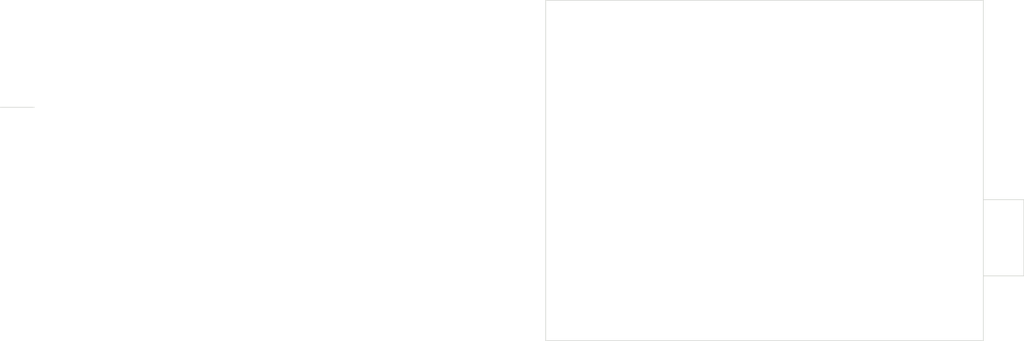
<source format=kicad_pcb>
(kicad_pcb (version 3) (host pcbnew "(2013-07-07 BZR 4022)-stable")

  (general
    (links 0)
    (no_connects 0)
    (area 180.289999 104.089999 255.320001 157.530001)
    (thickness 1.6)
    (drawings 8)
    (tracks 0)
    (zones 0)
    (modules 0)
    (nets 1)
  )

  (page A3)
  (layers
    (15 F.Cu signal)
    (0 B.Cu signal)
    (16 B.Adhes user)
    (17 F.Adhes user)
    (18 B.Paste user)
    (19 F.Paste user)
    (20 B.SilkS user)
    (21 F.SilkS user)
    (22 B.Mask user)
    (23 F.Mask user)
    (24 Dwgs.User user)
    (25 Cmts.User user)
    (26 Eco1.User user)
    (27 Eco2.User user)
    (28 Edge.Cuts user)
  )

  (setup
    (last_trace_width 0.254)
    (trace_clearance 0.254)
    (zone_clearance 0.508)
    (zone_45_only no)
    (trace_min 0.254)
    (segment_width 0.2)
    (edge_width 0.1)
    (via_size 0.889)
    (via_drill 0.635)
    (via_min_size 0.889)
    (via_min_drill 0.508)
    (uvia_size 0.508)
    (uvia_drill 0.127)
    (uvias_allowed no)
    (uvia_min_size 0.508)
    (uvia_min_drill 0.127)
    (pcb_text_width 0.3)
    (pcb_text_size 1.5 1.5)
    (mod_edge_width 0.15)
    (mod_text_size 1 1)
    (mod_text_width 0.15)
    (pad_size 1.5 1.5)
    (pad_drill 0.6)
    (pad_to_mask_clearance 0)
    (aux_axis_origin 0 0)
    (visible_elements 7FFFFFFF)
    (pcbplotparams
      (layerselection 3178497)
      (usegerberextensions true)
      (excludeedgelayer true)
      (linewidth 0.150000)
      (plotframeref false)
      (viasonmask false)
      (mode 1)
      (useauxorigin false)
      (hpglpennumber 1)
      (hpglpenspeed 20)
      (hpglpendiameter 15)
      (hpglpenoverlay 2)
      (psnegative false)
      (psa4output false)
      (plotreference true)
      (plotvalue true)
      (plotothertext true)
      (plotinvisibletext false)
      (padsonsilk false)
      (subtractmaskfromsilk false)
      (outputformat 1)
      (mirror false)
      (drillshape 1)
      (scaleselection 1)
      (outputdirectory ""))
  )

  (net 0 "")

  (net_class Default "This is the default net class."
    (clearance 0.254)
    (trace_width 0.254)
    (via_dia 0.889)
    (via_drill 0.635)
    (uvia_dia 0.508)
    (uvia_drill 0.127)
    (add_net "")
  )

  (gr_line (start 94.869 120.904) (end 100.203 120.904) (angle 90) (layer Edge.Cuts) (width 0.1))
  (gr_line (start 255.27 135.382) (end 248.92 135.382) (angle 90) (layer Edge.Cuts) (width 0.1))
  (gr_line (start 255.27 147.32) (end 255.27 135.382) (angle 90) (layer Edge.Cuts) (width 0.1))
  (gr_line (start 248.92 147.32) (end 255.27 147.32) (angle 90) (layer Edge.Cuts) (width 0.1))
  (gr_line (start 180.34 104.14) (end 180.34 157.48) (angle 90) (layer Edge.Cuts) (width 0.1))
  (gr_line (start 248.92 104.14) (end 180.34 104.14) (angle 90) (layer Edge.Cuts) (width 0.1))
  (gr_line (start 248.92 157.48) (end 248.92 104.14) (angle 90) (layer Edge.Cuts) (width 0.1))
  (gr_line (start 180.34 157.48) (end 248.92 157.48) (angle 90) (layer Edge.Cuts) (width 0.1))

)

</source>
